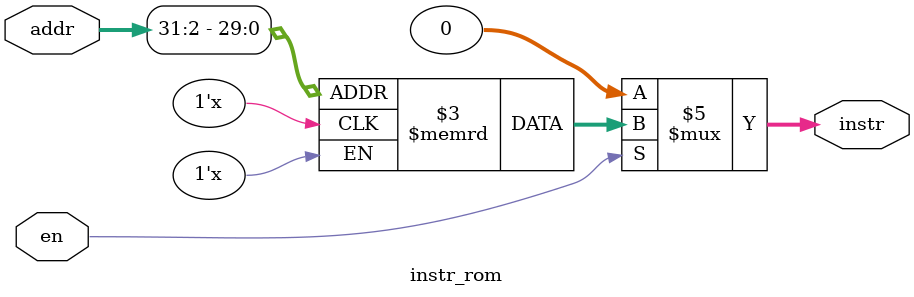
<source format=sv>
/***************************************
#
#			Filename:instr_rom.sv
#
#			Developer:ske
#			Description:---
#			CreatTime:2021-10-11 11:25:33
#
***************************************/

`default_nettype none


module instr_rom(
    input   logic [31:0]        addr,
    input   logic               en,
    output  logic [31:0]        instr

);
    
    reg [31:0] mem[2047:0];
/*    
    initial begin
        $readmemh("inst_rom.data", mem );
    end
*/
    always_comb begin
        if(en == 1'b0)begin
            instr = 'h0;
        end else begin
            instr = mem[addr[31:2]];
        end
    end
    
endmodule




</source>
